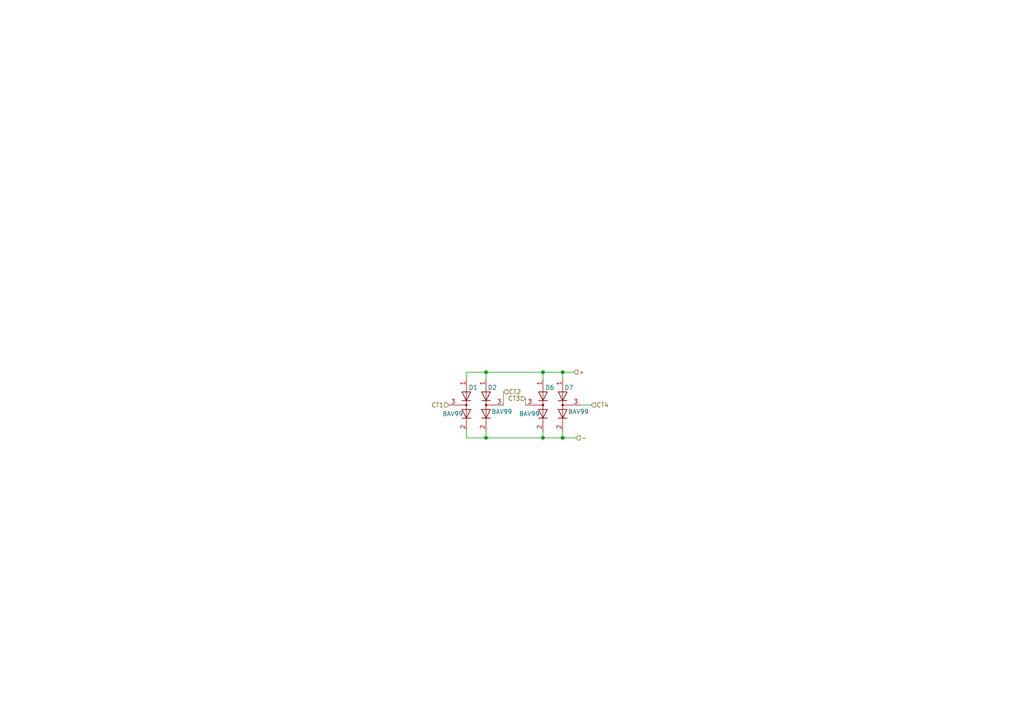
<source format=kicad_sch>
(kicad_sch (version 20211123) (generator eeschema)

  (uuid 1895faed-13c7-4877-930c-ef39a1d7419c)

  (paper "A4")

  (lib_symbols
    (symbol "Diode:BAV99" (pin_names hide) (in_bom yes) (on_board yes)
      (property "Reference" "D" (id 0) (at 0 5.08 0)
        (effects (font (size 1.27 1.27)))
      )
      (property "Value" "BAV99" (id 1) (at 0 2.54 0)
        (effects (font (size 1.27 1.27)))
      )
      (property "Footprint" "Package_TO_SOT_SMD:SOT-23" (id 2) (at 0 -12.7 0)
        (effects (font (size 1.27 1.27)) hide)
      )
      (property "Datasheet" "https://assets.nexperia.com/documents/data-sheet/BAV99_SER.pdf" (id 3) (at 0 0 0)
        (effects (font (size 1.27 1.27)) hide)
      )
      (property "ki_keywords" "diode" (id 4) (at 0 0 0)
        (effects (font (size 1.27 1.27)) hide)
      )
      (property "ki_description" "BAV99 High-speed switching diodes, SOT-23" (id 5) (at 0 0 0)
        (effects (font (size 1.27 1.27)) hide)
      )
      (property "ki_fp_filters" "SOT?23*" (id 6) (at 0 0 0)
        (effects (font (size 1.27 1.27)) hide)
      )
      (symbol "BAV99_0_1"
        (polyline
          (pts
            (xy -5.08 0)
            (xy 5.08 0)
          )
          (stroke (width 0) (type default) (color 0 0 0 0))
          (fill (type none))
        )
      )
      (symbol "BAV99_1_1"
        (polyline
          (pts
            (xy 0 0)
            (xy 0 -2.54)
          )
          (stroke (width 0) (type default) (color 0 0 0 0))
          (fill (type none))
        )
        (polyline
          (pts
            (xy -1.27 -1.27)
            (xy -1.27 1.27)
            (xy -1.27 1.27)
          )
          (stroke (width 0.2032) (type default) (color 0 0 0 0))
          (fill (type none))
        )
        (polyline
          (pts
            (xy 3.81 1.27)
            (xy 3.81 -1.27)
            (xy 3.81 -1.27)
          )
          (stroke (width 0.2032) (type default) (color 0 0 0 0))
          (fill (type none))
        )
        (polyline
          (pts
            (xy -3.81 1.27)
            (xy -1.27 0)
            (xy -3.81 -1.27)
            (xy -3.81 1.27)
            (xy -3.81 1.27)
            (xy -3.81 1.27)
          )
          (stroke (width 0.2032) (type default) (color 0 0 0 0))
          (fill (type none))
        )
        (polyline
          (pts
            (xy 1.27 1.27)
            (xy 3.81 0)
            (xy 1.27 -1.27)
            (xy 1.27 1.27)
            (xy 1.27 1.27)
            (xy 1.27 1.27)
          )
          (stroke (width 0.2032) (type default) (color 0 0 0 0))
          (fill (type none))
        )
        (circle (center 0 0) (radius 0.254)
          (stroke (width 0) (type default) (color 0 0 0 0))
          (fill (type outline))
        )
        (pin passive line (at -7.62 0 0) (length 2.54)
          (name "K" (effects (font (size 1.27 1.27))))
          (number "1" (effects (font (size 1.27 1.27))))
        )
        (pin passive line (at 7.62 0 180) (length 2.54)
          (name "A" (effects (font (size 1.27 1.27))))
          (number "2" (effects (font (size 1.27 1.27))))
        )
        (pin passive line (at 0 -5.08 90) (length 2.54)
          (name "K" (effects (font (size 1.27 1.27))))
          (number "3" (effects (font (size 1.27 1.27))))
        )
      )
    )
  )

  (junction (at 157.48 127) (diameter 0) (color 0 0 0 0)
    (uuid 136a4091-90d5-42d7-a0c4-2ce2e10d0234)
  )
  (junction (at 163.195 127) (diameter 0) (color 0 0 0 0)
    (uuid 40430319-3749-4710-b0f1-54ebeb93598b)
  )
  (junction (at 157.48 107.95) (diameter 0) (color 0 0 0 0)
    (uuid 5f3fcfc4-5abc-48d6-a5cc-f9b3771b8d79)
  )
  (junction (at 163.195 107.95) (diameter 0) (color 0 0 0 0)
    (uuid 881325af-84f7-46c9-af9c-6f471b8d7593)
  )
  (junction (at 140.97 107.95) (diameter 0) (color 0 0 0 0)
    (uuid c13e321a-c564-4223-869a-0b51c77cb63a)
  )
  (junction (at 140.97 127) (diameter 0) (color 0 0 0 0)
    (uuid ff6b45bf-4adc-47dc-9613-0c828e8b27b3)
  )

  (wire (pts (xy 168.275 117.475) (xy 171.45 117.475))
    (stroke (width 0) (type default) (color 0 0 0 0))
    (uuid 099bedd2-07f8-4f11-836c-e6c75db03e73)
  )
  (wire (pts (xy 157.48 109.855) (xy 157.48 107.95))
    (stroke (width 0) (type default) (color 0 0 0 0))
    (uuid 151eddd0-30f8-4a13-b34e-730f99db3ced)
  )
  (wire (pts (xy 135.255 107.95) (xy 140.97 107.95))
    (stroke (width 0) (type default) (color 0 0 0 0))
    (uuid 20c51848-2c7d-4d11-bca1-235d6c41ed16)
  )
  (wire (pts (xy 163.195 127) (xy 163.195 125.095))
    (stroke (width 0) (type default) (color 0 0 0 0))
    (uuid 3367872d-b8d8-4081-8ee1-ca965220adc4)
  )
  (wire (pts (xy 135.255 109.855) (xy 135.255 107.95))
    (stroke (width 0) (type default) (color 0 0 0 0))
    (uuid 36c73670-6160-4517-a3a7-1827775fe545)
  )
  (wire (pts (xy 140.97 127) (xy 157.48 127))
    (stroke (width 0) (type default) (color 0 0 0 0))
    (uuid 73cf17f3-4e08-4702-8a54-c7bc5eb835a7)
  )
  (wire (pts (xy 140.97 107.95) (xy 157.48 107.95))
    (stroke (width 0) (type default) (color 0 0 0 0))
    (uuid 764df0a7-5fe9-4f77-8039-49bd876b2061)
  )
  (wire (pts (xy 135.255 127) (xy 140.97 127))
    (stroke (width 0) (type default) (color 0 0 0 0))
    (uuid 7f3c3731-5cb1-41fe-bfab-2b616ac79fde)
  )
  (wire (pts (xy 157.48 107.95) (xy 163.195 107.95))
    (stroke (width 0) (type default) (color 0 0 0 0))
    (uuid 81dcf26c-8f4e-4a9f-a017-b81e1a0d01d2)
  )
  (wire (pts (xy 163.195 107.95) (xy 166.37 107.95))
    (stroke (width 0) (type default) (color 0 0 0 0))
    (uuid 8635beba-d365-4a2b-acb9-352cd158f378)
  )
  (wire (pts (xy 152.4 115.57) (xy 152.4 117.475))
    (stroke (width 0) (type default) (color 0 0 0 0))
    (uuid 88cc5a34-84e8-427b-bd24-9c0d014801d5)
  )
  (wire (pts (xy 163.195 127) (xy 167.005 127))
    (stroke (width 0) (type default) (color 0 0 0 0))
    (uuid 986919b9-ce6e-4ed7-a238-655f507c6d2b)
  )
  (wire (pts (xy 157.48 125.095) (xy 157.48 127))
    (stroke (width 0) (type default) (color 0 0 0 0))
    (uuid b85e360c-49ea-48f3-bd7f-7913fe97f147)
  )
  (wire (pts (xy 140.97 107.95) (xy 140.97 109.855))
    (stroke (width 0) (type default) (color 0 0 0 0))
    (uuid b959c660-f94d-40b6-bb9e-9b15ccc1368d)
  )
  (wire (pts (xy 146.05 113.665) (xy 146.05 117.475))
    (stroke (width 0) (type default) (color 0 0 0 0))
    (uuid c34351f2-0d65-470c-97b7-e360c7f4fb09)
  )
  (wire (pts (xy 157.48 127) (xy 163.195 127))
    (stroke (width 0) (type default) (color 0 0 0 0))
    (uuid cb05c894-a14f-4073-8854-91a283f9d30b)
  )
  (wire (pts (xy 163.195 107.95) (xy 163.195 109.855))
    (stroke (width 0) (type default) (color 0 0 0 0))
    (uuid d01653eb-605e-47fb-a6f1-8d0c047a657c)
  )
  (wire (pts (xy 135.255 125.095) (xy 135.255 127))
    (stroke (width 0) (type default) (color 0 0 0 0))
    (uuid d15a66bc-01d0-4b00-8905-4677c98df451)
  )
  (wire (pts (xy 140.97 127) (xy 140.97 125.095))
    (stroke (width 0) (type default) (color 0 0 0 0))
    (uuid d2928dd2-e9c1-44b8-8d9f-cb0b3bb6f1ed)
  )

  (hierarchical_label "+" (shape input) (at 166.37 107.95 0)
    (effects (font (size 1.27 1.27)) (justify left))
    (uuid 13b82ad1-5d4c-4488-9c2e-67129a96ae86)
  )
  (hierarchical_label "CT2" (shape input) (at 146.05 113.665 0)
    (effects (font (size 1.27 1.27)) (justify left))
    (uuid 2bb652f2-a06a-41eb-8b43-9d88bc31205a)
  )
  (hierarchical_label "CT4" (shape input) (at 171.45 117.475 0)
    (effects (font (size 1.27 1.27)) (justify left))
    (uuid 9dab1337-1de3-4c4c-b2e4-8f7e96ccb04f)
  )
  (hierarchical_label "-" (shape input) (at 167.005 127 0)
    (effects (font (size 1.27 1.27)) (justify left))
    (uuid d506fb3c-0275-4227-b4c0-cbeb0097d782)
  )
  (hierarchical_label "CT1" (shape input) (at 130.175 117.475 180)
    (effects (font (size 1.27 1.27)) (justify right))
    (uuid e3c8a9ea-ccd2-4877-88ac-82ee218ea0dd)
  )
  (hierarchical_label "CT3" (shape input) (at 152.4 115.57 180)
    (effects (font (size 1.27 1.27)) (justify right))
    (uuid ebf78446-9dcb-4389-8896-06b224a16f2d)
  )

  (symbol (lib_id "Diode:BAV99") (at 135.255 117.475 270) (unit 1)
    (in_bom yes) (on_board yes)
    (uuid 0f80cd01-f223-4c70-861f-2840449cf179)
    (property "Reference" "D1" (id 0) (at 135.89 112.395 90)
      (effects (font (size 1.27 1.27)) (justify left))
    )
    (property "Value" "BAV99" (id 1) (at 128.27 120.015 90)
      (effects (font (size 1.27 1.27)) (justify left))
    )
    (property "Footprint" "Package_TO_SOT_SMD:SOT-23" (id 2) (at 122.555 117.475 0)
      (effects (font (size 1.27 1.27)) hide)
    )
    (property "Datasheet" "https://assets.nexperia.com/documents/data-sheet/BAV99_SER.pdf" (id 3) (at 135.255 117.475 0)
      (effects (font (size 1.27 1.27)) hide)
    )
    (pin "1" (uuid 027103ba-b8bf-4bca-b5df-6dcacc798299))
    (pin "2" (uuid a9f09ae1-5260-4763-8afc-628522aa4e16))
    (pin "3" (uuid f537fb5f-015d-4805-a6d0-97ae5d28e9f6))
  )

  (symbol (lib_id "Diode:BAV99") (at 163.195 117.475 90) (mirror x) (unit 1)
    (in_bom yes) (on_board yes)
    (uuid 2fceed7e-4141-4208-b7da-ba6f2e65612e)
    (property "Reference" "D7" (id 0) (at 166.37 112.395 90)
      (effects (font (size 1.27 1.27)) (justify left))
    )
    (property "Value" "BAV99" (id 1) (at 170.815 119.38 90)
      (effects (font (size 1.27 1.27)) (justify left))
    )
    (property "Footprint" "Package_TO_SOT_SMD:SOT-23" (id 2) (at 175.895 117.475 0)
      (effects (font (size 1.27 1.27)) hide)
    )
    (property "Datasheet" "https://assets.nexperia.com/documents/data-sheet/BAV99_SER.pdf" (id 3) (at 163.195 117.475 0)
      (effects (font (size 1.27 1.27)) hide)
    )
    (pin "1" (uuid 1a1bc4df-d5d1-4588-9d2a-8728edbae4a8))
    (pin "2" (uuid a778d859-021a-4ba3-80b5-ab36099fbe1b))
    (pin "3" (uuid 3af23204-7d4b-494e-9671-63b77fc6ada7))
  )

  (symbol (lib_id "Diode:BAV99") (at 140.97 117.475 90) (mirror x) (unit 1)
    (in_bom yes) (on_board yes)
    (uuid 52ca500f-28cc-480c-865f-c7f65adc0be8)
    (property "Reference" "D2" (id 0) (at 144.145 112.395 90)
      (effects (font (size 1.27 1.27)) (justify left))
    )
    (property "Value" "BAV99" (id 1) (at 148.59 119.38 90)
      (effects (font (size 1.27 1.27)) (justify left))
    )
    (property "Footprint" "Package_TO_SOT_SMD:SOT-23" (id 2) (at 153.67 117.475 0)
      (effects (font (size 1.27 1.27)) hide)
    )
    (property "Datasheet" "https://assets.nexperia.com/documents/data-sheet/BAV99_SER.pdf" (id 3) (at 140.97 117.475 0)
      (effects (font (size 1.27 1.27)) hide)
    )
    (pin "1" (uuid 4a3636b3-d462-442f-b2b2-649fa381a299))
    (pin "2" (uuid aa165c13-d822-454b-815f-addb6841c6e1))
    (pin "3" (uuid 5a732740-4920-4ebf-babe-327c4819f6b5))
  )

  (symbol (lib_id "Diode:BAV99") (at 157.48 117.475 270) (unit 1)
    (in_bom yes) (on_board yes)
    (uuid 6438c054-c787-4bd3-a93b-336c1f69863d)
    (property "Reference" "D6" (id 0) (at 158.115 112.395 90)
      (effects (font (size 1.27 1.27)) (justify left))
    )
    (property "Value" "BAV99" (id 1) (at 150.495 120.015 90)
      (effects (font (size 1.27 1.27)) (justify left))
    )
    (property "Footprint" "Package_TO_SOT_SMD:SOT-23" (id 2) (at 144.78 117.475 0)
      (effects (font (size 1.27 1.27)) hide)
    )
    (property "Datasheet" "https://assets.nexperia.com/documents/data-sheet/BAV99_SER.pdf" (id 3) (at 157.48 117.475 0)
      (effects (font (size 1.27 1.27)) hide)
    )
    (pin "1" (uuid e9f0b02e-c9eb-4f32-9fe5-22df0d9ec84c))
    (pin "2" (uuid e32ea4d2-2a6d-4141-93f0-9cd4a77c84cc))
    (pin "3" (uuid cb78383b-9977-430f-8e80-b7f71f75ea0c))
  )
)

</source>
